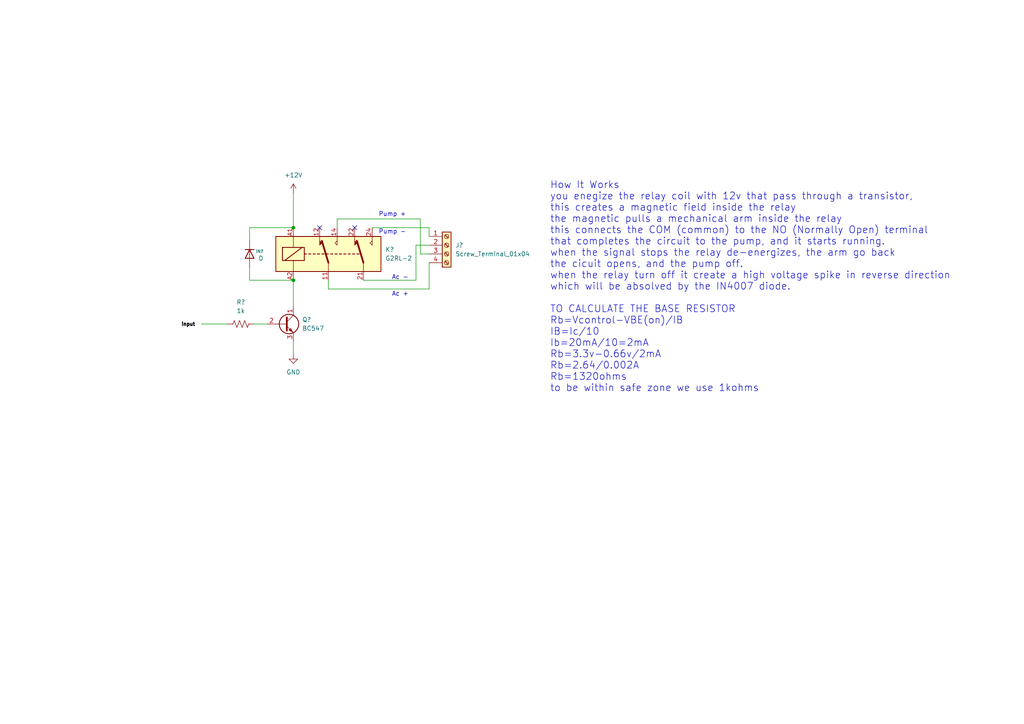
<source format=kicad_sch>
(kicad_sch (version 20250114) (generator "eeschema") (generator_version "9.0")
  (paper "A4")
  (lib_symbols
    (symbol "Connector:Screw_Terminal_01x04" (pin_names (offset 1.016) (hide yes))
      (property "Reference" "J" (at 0 5.08 0))
      (property "Value" "Screw_Terminal_01x04" (at 0 -7.62 0))
      (symbol "Screw_Terminal_01x04_1_1"
        (rectangle (start -1.27 3.81) (end 1.27 -6.35) (stroke (width 0.254)) (fill (type background)))
        (polyline (pts (xy -0.5334 2.8702) (xy 0.3302 2.032)) (stroke (width 0.1524)))
        (polyline (pts (xy -0.5334 0.3302) (xy 0.3302 -0.508)) (stroke (width 0.1524)))
        (polyline (pts (xy -0.5334 -2.2098) (xy 0.3302 -3.048)) (stroke (width 0.1524)))
        (polyline (pts (xy -0.5334 -4.7498) (xy 0.3302 -5.588)) (stroke (width 0.1524)))
        (polyline (pts (xy -0.3556 3.048) (xy 0.508 2.2098)) (stroke (width 0.1524)))
        (polyline (pts (xy -0.3556 0.508) (xy 0.508 -0.3302)) (stroke (width 0.1524)))
        (polyline (pts (xy -0.3556 -2.032) (xy 0.508 -2.8702)) (stroke (width 0.1524)))
        (polyline (pts (xy -0.3556 -4.572) (xy 0.508 -5.4102)) (stroke (width 0.1524)))
        (circle (center 0 2.54) (radius 0.635) (stroke (width 0.1524)))
        (circle (center 0 0) (radius 0.635) (stroke (width 0.1524)))
        (circle (center 0 -2.54) (radius 0.635) (stroke (width 0.1524)))
        (circle (center 0 -5.08) (radius 0.635) (stroke (width 0.1524)))
        (pin passive line (at -5.08 2.54 0) (length 3.81) (name "Pin_1") (number "1"))
        (pin passive line (at -5.08 0 0) (length 3.81) (name "Pin_2") (number "2"))
        (pin passive line (at -5.08 -2.54 0) (length 3.81) (name "Pin_3") (number "3"))
        (pin passive line (at -5.08 -5.08 0) (length 3.81) (name "Pin_4") (number "4"))
      )
    )
    (symbol "Device:D" (pin_numbers (hide yes)) (pin_names (offset 1.016) (hide yes))
      (property "Reference" "D" (at 0 2.54 0))
      (property "Value" "D" (at 0 -2.54 0))
      (symbol "D_0_1"
        (polyline (pts (xy -1.27 1.27) (xy -1.27 -1.27)) (stroke (width 0.254)))
        (polyline (pts (xy 1.27 1.27) (xy 1.27 -1.27) (xy -1.27 0) (xy 1.27 1.27)) (stroke (width 0.254)))
        (polyline (pts (xy 1.27 0) (xy -1.27 0)))
      )
      (symbol "D_1_1"
        (pin passive line (at -3.81 0 0) (length 2.54) (name "K") (number "1"))
        (pin passive line (at 3.81 0 180) (length 2.54) (name "A") (number "2"))
      )
    )
    (symbol "Device:R_US" (pin_numbers (hide yes)) (pin_names (offset 0))
      (property "Reference" "R" (at 2.54 0 90))
      (property "Value" "R_US" (at -2.54 0 90))
      (symbol "R_US_0_1"
        (polyline (pts (xy 0 2.286) (xy 0 2.54)))
        (polyline (pts (xy 0 2.286) (xy 1.016 1.905) (xy 0 1.524) (xy -1.016 1.143) (xy 0 0.762)))
        (polyline (pts (xy 0 0.762) (xy 1.016 0.381) (xy 0 0) (xy -1.016 -0.381) (xy 0 -0.762)))
        (polyline (pts (xy 0 -0.762) (xy 1.016 -1.143) (xy 0 -1.524) (xy -1.016 -1.905) (xy 0 -2.286)))
        (polyline (pts (xy 0 -2.286) (xy 0 -2.54)))
      )
      (symbol "R_US_1_1"
        (pin passive line (at 0 3.81 270) (length 1.27) (name "~") (number "1"))
        (pin passive line (at 0 -3.81 90) (length 1.27) (name "~") (number "2"))
      )
    )
    (symbol "Relay:G2RL-2"
      (property "Reference" "K" (at 16.51 3.81 0))
      (property "Value" "G2RL-2" (at 16.51 1.27 0))
      (symbol "G2RL-2_0_1"
        (rectangle (start -15.24 5.08) (end 15.24 -5.08) (stroke (width 0.254)) (fill (type background)))
        (rectangle (start -13.335 1.905) (end -6.985 -1.905) (stroke (width 0.254)))
        (polyline (pts (xy -12.7 -1.905) (xy -7.62 1.905)) (stroke (width 0.254)))
        (polyline (pts (xy -10.16 5.08) (xy -10.16 1.905)))
        (polyline (pts (xy -10.16 -5.08) (xy -10.16 -1.905)))
        (polyline (pts (xy -6.985 0) (xy -6.35 0)) (stroke (width 0.254)))
        (polyline (pts (xy -5.715 0) (xy -5.08 0)) (stroke (width 0.254)))
        (polyline (pts (xy -4.445 0) (xy -3.81 0)) (stroke (width 0.254)))
        (polyline (pts (xy -3.175 0) (xy -2.54 0)) (stroke (width 0.254)))
        (polyline (pts (xy -2.54 5.08) (xy -2.54 2.54) (xy -1.905 3.175) (xy -2.54 3.81)) (fill (type outline)))
        (polyline (pts (xy -1.905 0) (xy -1.27 0)) (stroke (width 0.254)))
        (polyline (pts (xy -0.635 0) (xy 0 0)) (stroke (width 0.254)))
        (polyline (pts (xy 0 -2.54) (xy -1.905 3.81)) (stroke (width 0.508)))
        (polyline (pts (xy 0 -2.54) (xy 0 -5.08)))
        (polyline (pts (xy 0.635 0) (xy 1.27 0)) (stroke (width 0.254)))
        (polyline (pts (xy 1.905 0) (xy 2.54 0)) (stroke (width 0.254)))
        (polyline (pts (xy 2.54 5.08) (xy 2.54 2.54) (xy 1.905 3.175) (xy 2.54 3.81)))
        (polyline (pts (xy 3.175 0) (xy 3.81 0)) (stroke (width 0.254)))
        (polyline (pts (xy 4.445 0) (xy 5.08 0)) (stroke (width 0.254)))
        (polyline (pts (xy 5.715 0) (xy 6.35 0)) (stroke (width 0.254)))
        (polyline (pts (xy 6.985 0) (xy 7.62 0)) (stroke (width 0.254)))
        (polyline (pts (xy 7.62 5.08) (xy 7.62 2.54) (xy 8.255 3.175) (xy 7.62 3.81)) (fill (type outline)))
        (polyline (pts (xy 8.255 0) (xy 8.89 0)) (stroke (width 0.254)))
        (polyline (pts (xy 10.16 -2.54) (xy 8.255 3.81)) (stroke (width 0.508)))
        (polyline (pts (xy 10.16 -2.54) (xy 10.16 -5.08)))
        (polyline (pts (xy 12.7 5.08) (xy 12.7 2.54) (xy 12.065 3.175) (xy 12.7 3.81)))
      )
      (symbol "G2RL-2_1_1"
        (pin passive line (at -10.16 7.62 270) (length 2.54) (name "~") (number "A1"))
        (pin passive line (at -10.16 -7.62 90) (length 2.54) (name "~") (number "A2"))
        (pin passive line (at -2.54 7.62 270) (length 2.54) (name "~") (number "12"))
        (pin passive line (at 0 -7.62 90) (length 2.54) (name "~") (number "11"))
        (pin passive line (at 2.54 7.62 270) (length 2.54) (name "~") (number "14"))
        (pin passive line (at 7.62 7.62 270) (length 2.54) (name "~") (number "22"))
        (pin passive line (at 10.16 -7.62 90) (length 2.54) (name "~") (number "21"))
        (pin passive line (at 12.7 7.62 270) (length 2.54) (name "~") (number "24"))
      )
    )
    (symbol "Transistor_BJT:BC547" (pin_names (offset 0) (hide yes))
      (property "Reference" "Q" (at 5.08 1.905 0))
      (property "Value" "BC547" (at 5.08 0 0))
      (symbol "BC547_0_1"
        (polyline (pts (xy -2.54 0) (xy 0.635 0)))
        (polyline (pts (xy 0.635 1.905) (xy 0.635 -1.905)) (stroke (width 0.508)))
        (circle (center 1.27 0) (radius 2.8194) (stroke (width 0.254)))
      )
      (symbol "BC547_1_1"
        (polyline (pts (xy 0.635 0.635) (xy 2.54 2.54)))
        (polyline (pts (xy 0.635 -0.635) (xy 2.54 -2.54)))
        (polyline (pts (xy 1.27 -1.778) (xy 1.778 -1.27) (xy 2.286 -2.286) (xy 1.27 -1.778)) (fill (type outline)))
        (pin input line (at -5.08 0 0) (length 2.54) (name "B") (number "2"))
        (pin passive line (at 2.54 5.08 270) (length 2.54) (name "C") (number "1"))
        (pin passive line (at 2.54 -5.08 90) (length 2.54) (name "E") (number "3"))
      )
    )
    (symbol "power:+12V" (power) (pin_numbers (hide yes)) (pin_names (offset 0) (hide yes))
      (property "Value" "+12V" (at 0 3.556 0))
      (symbol "+12V_0_1"
        (polyline (pts (xy -0.762 1.27) (xy 0 2.54)))
        (polyline (pts (xy 0 2.54) (xy 0.762 1.27)))
        (polyline (pts (xy 0 0) (xy 0 2.54)))
      )
      (symbol "+12V_1_1"
        (pin power_in line (at 0 0 90) (length 0) (name "~") (number "1"))
      )
    )
    (symbol "power:GND" (power) (pin_numbers (hide yes)) (pin_names (offset 0) (hide yes))
      (property "Value" "GND" (at 0 -3.81 0))
      (symbol "GND_0_1"
        (polyline (pts (xy 0 0) (xy 0 -1.27) (xy 1.27 -1.27) (xy 0 -2.54) (xy -1.27 -1.27) (xy 0 -1.27)))
      )
      (symbol "GND_1_1"
        (pin power_in line (at 0 0 270) (length 0) (name "~") (number "1"))
      )
    )
  )
  (text "How It Works\nyou enegize the relay coil with 12v that pass through a transistor,\nthis creates a magnetic field inside the relay\nthe magnetic pulls a mechanical arm inside the relay\nthis connects the COM (common) to the NO (Normally Open) terminal\nthat completes the circuit to the pump, and it starts running.\nwhen the signal stops the relay de-energizes, the arm go back\nthe cicuit opens, and the pump off.\nwhen the relay turn off it create a high voltage spike in reverse direction\nwhich will be absolved by the IN4007 diode.\n\nTO CALCULATE THE BASE RESISTOR\nRb=Vcontrol-VBE(on)/IB\nIB=Ic/10\nIb=20mA/10=2mA\nRb=3.3v-0.66v/2mA\nRb=2.64/0.002A\nRb=1320ohms\nto be within safe zone we use 1kohms\n\n" (at 159.512 84.836 0) (effects (font (size 2.032 2.032)) (justify left)))
  (text "Ac -" (at 116.078 80.518 0) (effects (font (size 1.27 1.27))))
  (text "input" (at 54.61 94.234 0) (effects (font (size 1.016 1.016) (thickness 0.4064) (bold yes))))
  (text "Pump +" (at 113.792 62.23 0) (effects (font (size 1.27 1.27))))
  (text "Pump -" (at 113.792 67.31 0) (effects (font (size 1.27 1.27))))
  (text "Ac +" (at 116.078 85.344 0) (effects (font (size 1.27 1.27))))
  (junction (at 85.09 81.28))
  (junction (at 85.09 66.04))
  (no_connect (at 92.71 66.04))
  (no_connect (at 102.87 66.04))
  (wire (pts (xy 95.25 83.82) (xy 124.46 83.82)))
  (wire (pts (xy 85.09 55.88) (xy 85.09 66.04)))
  (wire (pts (xy 73.66 93.98) (xy 77.47 93.98)))
  (wire (pts (xy 121.92 73.66) (xy 124.46 73.66)))
  (wire (pts (xy 72.39 77.47) (xy 72.39 81.28)))
  (wire (pts (xy 72.39 66.04) (xy 85.09 66.04)))
  (wire (pts (xy 85.09 99.06) (xy 85.09 102.87)))
  (wire (pts (xy 97.79 63.5) (xy 121.92 63.5)))
  (wire (pts (xy 95.25 81.28) (xy 95.25 83.82)))
  (wire (pts (xy 124.46 71.12) (xy 120.65 71.12)))
  (wire (pts (xy 124.46 66.04) (xy 124.46 68.58)))
  (wire (pts (xy 124.46 83.82) (xy 124.46 76.2)))
  (wire (pts (xy 107.95 66.04) (xy 124.46 66.04)))
  (wire (pts (xy 72.39 69.85) (xy 72.39 66.04)))
  (wire (pts (xy 105.41 81.28) (xy 120.65 81.28)))
  (wire (pts (xy 66.04 93.98) (xy 58.42 93.98)))
  (wire (pts (xy 97.79 66.04) (xy 97.79 63.5)))
  (wire (pts (xy 72.39 81.28) (xy 85.09 81.28)))
  (wire (pts (xy 85.09 81.28) (xy 85.09 88.9)))
  (wire (pts (xy 121.92 63.5) (xy 121.92 73.66)))
  (wire (pts (xy 120.65 71.12) (xy 120.65 81.28)))
  (symbol (lib_id "Device:D") (at 72.39 73.66 270) (unit 1)
    (property "Reference" "IN?" (at 74.168 72.898 90) (effects (font (size 0.889 0.889)) (justify left)))
    (property "Value" "D" (at 74.93 74.9299 90) (effects (justify left)))
    (property "Description" "Diode" (effects (hide yes)))
    (property "Sim.Device" "D" (effects (hide yes)))
    (property "Sim.Pins" "1=K 2=A" (effects (hide yes)))
  )
  (symbol (lib_id "Transistor_BJT:BC547") (at 82.55 93.98 0) (unit 1)
    (property "Reference" "Q?" (at 87.63 92.7099 0) (effects (justify left)))
    (property "Value" "BC547" (at 87.63 95.2499 0) (effects (justify left)))
    (property "Footprint" "Package_TO_SOT_THT:TO-92_Inline" (effects (hide yes)))
    (property "Datasheet" "https://www.onsemi.com/pub/Collateral/BC550-D.pdf" (effects (hide yes)))
    (property "Description" "0.1A Ic, 45V Vce, Small Signal NPN Transistor, TO-92" (effects (hide yes)))
  )
  (symbol (lib_id "Relay:G2RL-2") (at 95.25 73.66 0) (unit 1)
    (property "Reference" "K?" (at 111.76 72.3899 0) (effects (justify left)))
    (property "Value" "G2RL-2" (at 111.76 74.9299 0) (effects (justify left)))
    (property "Footprint" "Relay_THT:Relay_DPDT_Omron_G2RL-2" (effects (hide yes)))
    (property "Datasheet" "https://www.mouser.com/datasheet/2/307/J117_E1-3440023.pdf" (effects (hide yes)))
    (property "Description" "General Purpose Low Profile Relay DPDT Through Hole, Omron G2RL series, 8A 250VAC" (effects (hide yes)))
  )
  (symbol (lib_id "Device:R_US") (at 69.85 93.98 90) (unit 1)
    (property "Reference" "R?" (at 69.85 87.63 90))
    (property "Value" "1k" (at 69.85 90.17 90))
    (property "Description" "Resistor, US symbol" (effects (hide yes)))
  )
  (symbol (lib_id "power:+12V") (at 85.09 55.88 0) (unit 1)
    (property "Reference" "#PWR?" (effects (hide yes)))
    (property "Value" "+12V" (at 85.09 50.8 0))
    (property "Description" "Power symbol creates a global label with name \"+12V\"" (effects (hide yes)))
  )
  (symbol (lib_id "Connector:Screw_Terminal_01x04") (at 129.54 71.12 0) (unit 1)
    (property "Reference" "J?" (at 132.08 71.1199 0) (effects (justify left)))
    (property "Value" "Screw_Terminal_01x04" (at 132.08 73.6599 0) (effects (justify left)))
    (property "Description" "Generic screw terminal, single row, 01x04, script generated (kicad-library-utils/schlib/autogen/connector/)" (effects (hide yes)))
  )
  (symbol (lib_id "power:GND") (at 85.09 102.87 0) (unit 1)
    (property "Reference" "#PWR03" (effects (hide yes)))
    (property "Value" "GND" (at 85.09 107.95 0))
    (property "Description" "Power symbol creates a global label with name \"GND\" , ground" (effects (hide yes)))
  )
)
</source>
